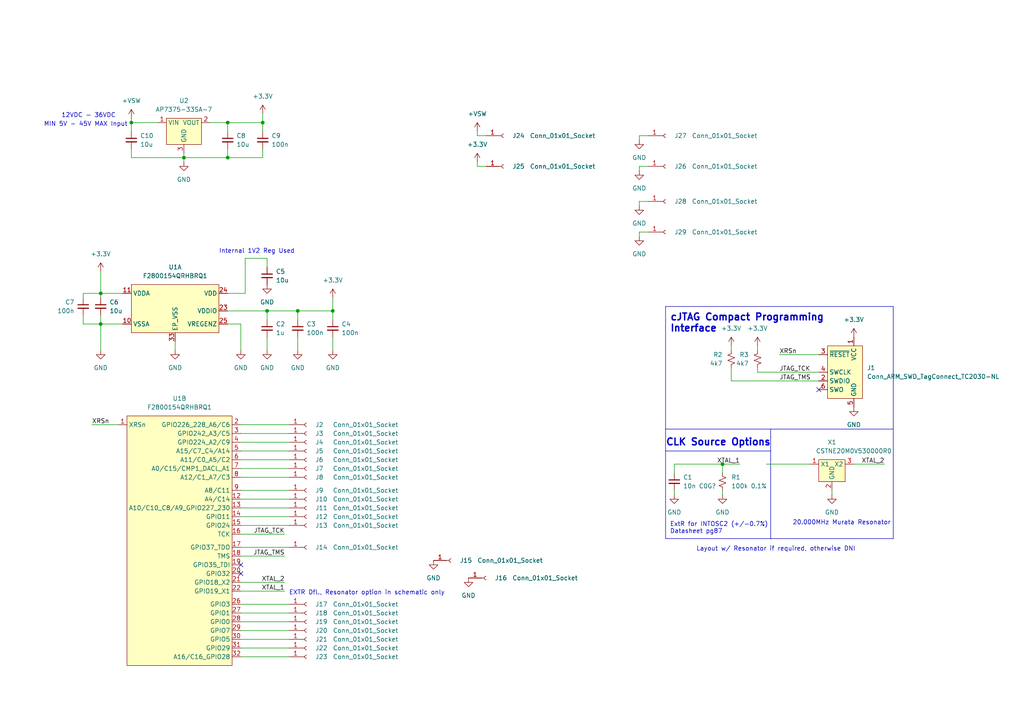
<source format=kicad_sch>
(kicad_sch (version 20230121) (generator eeschema)
  (paper "A4")
  (lib_symbols
    (symbol "Connector:Conn_01x01_Socket" (pin_names (offset 1.016) hide)
      (property "Reference" "J" (at 0 2.54 0))
      (property "Value" "Conn_01x01_Socket" (at 0 -2.54 0))
      (symbol "Conn_01x01_Socket_1_1"
        (polyline (pts (xy -1.27 0) (xy -0.508 0)) (stroke (width 0.1524)))
        (arc (start 0 0.508) (mid -0.5058 0) (end 0 -0.508) (stroke (width 0.1524)))
        (pin passive line (at -5.08 0 0) (length 3.81) (name "Pin_1") (number "1"))
      )
    )
    (symbol "Connector:Conn_ARM_SWD_TagConnect_TC2030-NL" (in_bom no)
      (property "Reference" "J" (at 2.54 11.43 0))
      (property "Value" "Conn_ARM_SWD_TagConnect_TC2030-NL" (at 2.54 8.89 0))
      (symbol "Conn_ARM_SWD_TagConnect_TC2030-NL_0_0"
        (pin power_in line (at -2.54 10.16 270) (length 2.54) (name "VCC") (number "1"))
        (pin bidirectional line (at 7.62 -2.54 180) (length 2.54) (name "SWDIO") (number "2"))
        (pin open_collector line (at 7.62 5.08 180) (length 2.54) (name "~{RESET}") (number "3"))
        (pin output line (at 7.62 0 180) (length 2.54) (name "SWCLK") (number "4"))
        (pin power_in line (at -2.54 -10.16 90) (length 2.54) (name "GND") (number "5"))
        (pin input line (at 7.62 -5.08 180) (length 2.54) (name "SWO") (number "6"))
      )
      (symbol "Conn_ARM_SWD_TagConnect_TC2030-NL_0_1"
        (rectangle (start -5.08 7.62) (end 5.08 -7.62) (fill (type background)))
      )
    )
    (symbol "Device:C_Small" (pin_numbers hide) (pin_names (offset 0.254) hide)
      (property "Reference" "C" (at 0.254 1.778 0))
      (property "Value" "C_Small" (at 0.254 -2.032 0))
      (symbol "C_Small_0_1"
        (polyline (pts (xy -1.524 -0.508) (xy 1.524 -0.508)) (stroke (width 0.3302)))
        (polyline (pts (xy -1.524 0.508) (xy 1.524 0.508)) (stroke (width 0.3048)))
      )
      (symbol "C_Small_1_1"
        (pin passive line (at 0 2.54 270) (length 2.032) (name "~") (number "1"))
        (pin passive line (at 0 -2.54 90) (length 2.032) (name "~") (number "2"))
      )
    )
    (symbol "Device:R_Small_US" (pin_numbers hide) (pin_names (offset 0.254) hide)
      (property "Reference" "R" (at 0.762 0.508 0))
      (property "Value" "R_Small_US" (at 0.762 -1.016 0))
      (symbol "R_Small_US_1_1"
        (polyline (pts (xy 0 0) (xy 1.016 -0.381) (xy 0 -0.762) (xy -1.016 -1.143) (xy 0 -1.524)))
        (polyline (pts (xy 0 1.524) (xy 1.016 1.143) (xy 0 0.762) (xy -1.016 0.381) (xy 0 0)))
        (pin passive line (at 0 2.54 270) (length 1.016) (name "~") (number "1"))
        (pin passive line (at 0 -2.54 90) (length 1.016) (name "~") (number "2"))
      )
    )
    (symbol "ICDB_Waffle:AP7375-33SA-7"
      (property "Reference" "U" (at 0 5.715 0))
      (property "Value" "AP7375-33SA-7" (at 0 3.175 0))
      (symbol "AP7375-33SA-7_1_1"
        (rectangle (start -5.08 1.27) (end 5.08 -6.35) (fill (type background)))
        (pin input line (at -7.62 0 0) (length 2.54) (name "VIN") (number "1"))
        (pin input line (at 7.62 0 180) (length 2.54) (name "VOUT") (number "2"))
        (pin input line (at 0 -8.89 90) (length 2.54) (name "GND") (number "3"))
      )
    )
    (symbol "ICDB_Waffle:CSTNE20M0V530000R0"
      (property "Reference" "X" (at -10.16 2.54 0))
      (property "Value" "CSTNE20M0V530000R0" (at 0 0 0))
      (symbol "CSTNE20M0V530000R0_1_1"
        (rectangle (start -3.81 -2.54) (end 3.81 -8.89) (fill (type background)))
        (pin input line (at -6.35 -3.81 0) (length 2.54) (name "X1") (number "1"))
        (pin input line (at 0 -11.43 90) (length 2.54) (name "GND") (number "2"))
        (pin input line (at 6.35 -3.81 180) (length 2.54) (name "X2") (number "3"))
      )
    )
    (symbol "ICDB_Waffle:F2800154QRHBRQ1"
      (property "Reference" "U" (at -10.16 3.81 0))
      (property "Value" "F2800154QRHBRQ1" (at -1.27 1.27 0))
      (symbol "F2800154QRHBRQ1_1_1"
        (rectangle (start -12.7 0) (end 12.7 -13.97) (fill (type background)))
        (pin input line (at -15.24 -11.43 0) (length 2.54) (name "VSSA") (number "10"))
        (pin input line (at -15.24 -2.54 0) (length 2.54) (name "VDDA") (number "11"))
        (pin input line (at 15.24 -7.62 180) (length 2.54) (name "VDDIO") (number "23"))
        (pin input line (at 15.24 -2.54 180) (length 2.54) (name "VDD") (number "24"))
        (pin input line (at 15.24 -11.43 180) (length 2.54) (name "VREGENZ") (number "25"))
        (pin input line (at 0 -16.51 90) (length 2.54) (name "EP_VSS") (number "33"))
      )
      (symbol "F2800154QRHBRQ1_2_1"
        (rectangle (start -17.78 -1.27) (end 12.7 -73.66) (fill (type background)))
        (pin input line (at -20.32 -3.81 0) (length 2.54) (name "XRSn") (number "1"))
        (pin input line (at 15.24 -25.4 180) (length 2.54) (name "A4/C14") (number "12"))
        (pin input line (at 15.24 -27.94 180) (length 2.54) (name "A10/C10_C8/A9_GPIO227_230") (number "13"))
        (pin input line (at 15.24 -30.48 180) (length 2.54) (name "GPIO11") (number "14"))
        (pin input line (at 15.24 -33.02 180) (length 2.54) (name "GPIO24") (number "15"))
        (pin input line (at 15.24 -35.56 180) (length 2.54) (name "TCK") (number "16"))
        (pin input line (at 15.24 -39.37 180) (length 2.54) (name "GPIO37_TDO") (number "17"))
        (pin input line (at 15.24 -41.91 180) (length 2.54) (name "TMS") (number "18"))
        (pin input line (at 15.24 -44.45 180) (length 2.54) (name "GPIO35_TDI") (number "19"))
        (pin input line (at 15.24 -3.81 180) (length 2.54) (name "GPIO226_228_A6/C6") (number "2"))
        (pin input line (at 15.24 -46.99 180) (length 2.54) (name "GPIO32") (number "20"))
        (pin input line (at 15.24 -49.53 180) (length 2.54) (name "GPIO18_X2") (number "21"))
        (pin input line (at 15.24 -52.07 180) (length 2.54) (name "GPIO19_X1") (number "22"))
        (pin input line (at 15.24 -55.88 180) (length 2.54) (name "GPIO3") (number "26"))
        (pin input line (at 15.24 -58.42 180) (length 2.54) (name "GPIO1") (number "27"))
        (pin input line (at 15.24 -60.96 180) (length 2.54) (name "GPIO0") (number "28"))
        (pin input line (at 15.24 -63.5 180) (length 2.54) (name "GPIO7") (number "29"))
        (pin input line (at 15.24 -6.35 180) (length 2.54) (name "GPIO242_A3/C5") (number "3"))
        (pin input line (at 15.24 -66.04 180) (length 2.54) (name "GPIO5") (number "30"))
        (pin input line (at 15.24 -68.58 180) (length 2.54) (name "GPIO29") (number "31"))
        (pin input line (at 15.24 -71.12 180) (length 2.54) (name "A16/C16_GPIO28") (number "32"))
        (pin input line (at 15.24 -8.89 180) (length 2.54) (name "GPIO224_A2/C9") (number "4"))
        (pin input line (at 15.24 -11.43 180) (length 2.54) (name "A15/C7_C4/A14") (number "5"))
        (pin input line (at 15.24 -13.97 180) (length 2.54) (name "A11/C0_A5/C2") (number "6"))
        (pin input line (at 15.24 -16.51 180) (length 2.54) (name "A0/C15/CMP1_DACL_A1") (number "7"))
        (pin input line (at 15.24 -19.05 180) (length 2.54) (name "A12/C1_A7/C3") (number "8"))
        (pin input line (at 15.24 -22.86 180) (length 2.54) (name "A8/C11") (number "9"))
      )
    )
    (symbol "power:+3.3V" (power) (pin_names (offset 0))
      (property "Value" "+3.3V" (at 0 3.556 0))
      (symbol "+3.3V_0_1"
        (polyline (pts (xy -0.762 1.27) (xy 0 2.54)))
        (polyline (pts (xy 0 0) (xy 0 2.54)))
        (polyline (pts (xy 0 2.54) (xy 0.762 1.27)))
      )
      (symbol "+3.3V_1_1"
        (pin power_in line (at 0 0 90) (length 0) hide (name "+3.3V") (number "1"))
      )
    )
    (symbol "power:+VSW" (power) (pin_names (offset 0))
      (property "Value" "+VSW" (at 0 3.556 0))
      (symbol "+VSW_0_1"
        (polyline (pts (xy -0.762 1.27) (xy 0 2.54)))
        (polyline (pts (xy 0 0) (xy 0 2.54)))
        (polyline (pts (xy 0 2.54) (xy 0.762 1.27)))
      )
      (symbol "+VSW_1_1"
        (pin power_in line (at 0 0 90) (length 0) hide (name "+VSW") (number "1"))
      )
    )
    (symbol "power:GND" (power) (pin_names (offset 0))
      (property "Value" "GND" (at 0 -3.81 0))
      (symbol "GND_0_1"
        (polyline (pts (xy 0 0) (xy 0 -1.27) (xy 1.27 -1.27) (xy 0 -2.54) (xy -1.27 -1.27) (xy 0 -1.27)))
      )
      (symbol "GND_1_1"
        (pin power_in line (at 0 0 270) (length 0) hide (name "GND") (number "1"))
      )
    )
  )
  (junction (at 77.47 90.17))
  (junction (at 66.04 45.72))
  (junction (at 66.04 35.56))
  (junction (at 29.21 85.09))
  (junction (at 86.36 90.17))
  (junction (at 38.1 35.56))
  (junction (at 29.21 93.98))
  (junction (at 209.55 134.62))
  (junction (at 96.52 90.17))
  (junction (at 53.34 45.72))
  (junction (at 76.2 35.56))
  (no_connect (at 69.85 166.37))
  (no_connect (at 69.85 163.83))
  (no_connect (at 237.49 113.03))
  (polyline (pts (xy 259.08 124.46) (xy 223.52 124.46)))
  (wire (pts (xy 212.09 100.33) (xy 212.09 101.6)))
  (wire (pts (xy 195.58 134.62) (xy 195.58 137.16)))
  (polyline (pts (xy 259.08 124.46) (xy 259.08 88.9)))
  (wire (pts (xy 69.85 93.98) (xy 66.04 93.98)))
  (wire (pts (xy 185.42 67.31) (xy 187.96 67.31)))
  (wire (pts (xy 69.85 175.26) (xy 83.82 175.26)))
  (wire (pts (xy 38.1 34.29) (xy 38.1 35.56)))
  (wire (pts (xy 29.21 78.74) (xy 29.21 85.09)))
  (wire (pts (xy 77.47 90.17) (xy 77.47 92.71)))
  (wire (pts (xy 138.43 38.1) (xy 138.43 39.37)))
  (wire (pts (xy 69.85 161.29) (xy 82.55 161.29)))
  (wire (pts (xy 29.21 93.98) (xy 29.21 101.6)))
  (wire (pts (xy 69.85 142.24) (xy 83.82 142.24)))
  (wire (pts (xy 212.09 110.49) (xy 237.49 110.49)))
  (wire (pts (xy 29.21 85.09) (xy 29.21 86.36)))
  (wire (pts (xy 38.1 45.72) (xy 53.34 45.72)))
  (wire (pts (xy 138.43 39.37) (xy 140.97 39.37)))
  (wire (pts (xy 66.04 35.56) (xy 66.04 38.1)))
  (wire (pts (xy 69.85 138.43) (xy 83.82 138.43)))
  (polyline (pts (xy 223.52 124.46) (xy 193.04 124.46)))
  (wire (pts (xy 66.04 43.18) (xy 66.04 45.72)))
  (wire (pts (xy 96.52 97.79) (xy 96.52 101.6)))
  (wire (pts (xy 69.85 133.35) (xy 83.82 133.35)))
  (wire (pts (xy 69.85 177.8) (xy 83.82 177.8)))
  (wire (pts (xy 241.3 142.24) (xy 241.3 143.51)))
  (wire (pts (xy 69.85 180.34) (xy 83.82 180.34)))
  (polyline (pts (xy 259.08 88.9) (xy 193.04 88.9)))
  (wire (pts (xy 76.2 45.72) (xy 76.2 43.18)))
  (polyline (pts (xy 223.52 135.89) (xy 223.52 156.21)))
  (wire (pts (xy 53.34 45.72) (xy 53.34 46.99)))
  (wire (pts (xy 71.12 74.93) (xy 77.47 74.93)))
  (wire (pts (xy 24.13 86.36) (xy 24.13 85.09)))
  (wire (pts (xy 86.36 90.17) (xy 96.52 90.17)))
  (wire (pts (xy 66.04 85.09) (xy 71.12 85.09)))
  (wire (pts (xy 138.43 48.26) (xy 140.97 48.26)))
  (wire (pts (xy 69.85 158.75) (xy 83.82 158.75)))
  (polyline (pts (xy 223.52 156.21) (xy 259.08 156.21)))
  (wire (pts (xy 69.85 190.5) (xy 83.82 190.5)))
  (wire (pts (xy 69.85 125.73) (xy 83.82 125.73)))
  (wire (pts (xy 29.21 91.44) (xy 29.21 93.98)))
  (wire (pts (xy 69.85 154.94) (xy 82.55 154.94)))
  (wire (pts (xy 69.85 128.27) (xy 83.82 128.27)))
  (wire (pts (xy 86.36 90.17) (xy 86.36 92.71)))
  (wire (pts (xy 96.52 86.36) (xy 96.52 90.17)))
  (wire (pts (xy 69.85 171.45) (xy 82.55 171.45)))
  (wire (pts (xy 209.55 134.62) (xy 214.63 134.62)))
  (wire (pts (xy 76.2 38.1) (xy 76.2 35.56)))
  (wire (pts (xy 38.1 35.56) (xy 38.1 38.1)))
  (wire (pts (xy 209.55 142.24) (xy 209.55 143.51)))
  (wire (pts (xy 222.25 134.62) (xy 234.95 134.62)))
  (wire (pts (xy 77.47 97.79) (xy 77.47 101.6)))
  (wire (pts (xy 38.1 43.18) (xy 38.1 45.72)))
  (wire (pts (xy 69.85 147.32) (xy 83.82 147.32)))
  (wire (pts (xy 66.04 45.72) (xy 53.34 45.72)))
  (wire (pts (xy 35.56 85.09) (xy 29.21 85.09)))
  (wire (pts (xy 185.42 58.42) (xy 187.96 58.42)))
  (wire (pts (xy 185.42 67.31) (xy 185.42 68.58)))
  (wire (pts (xy 185.42 39.37) (xy 187.96 39.37)))
  (wire (pts (xy 69.85 135.89) (xy 83.82 135.89)))
  (wire (pts (xy 237.49 102.87) (xy 226.06 102.87)))
  (wire (pts (xy 219.71 107.95) (xy 237.49 107.95)))
  (wire (pts (xy 66.04 45.72) (xy 76.2 45.72)))
  (wire (pts (xy 69.85 101.6) (xy 69.85 93.98)))
  (wire (pts (xy 69.85 152.4) (xy 83.82 152.4)))
  (wire (pts (xy 38.1 35.56) (xy 45.72 35.56)))
  (wire (pts (xy 60.96 35.56) (xy 66.04 35.56)))
  (wire (pts (xy 185.42 58.42) (xy 185.42 59.69)))
  (wire (pts (xy 66.04 90.17) (xy 77.47 90.17)))
  (wire (pts (xy 138.43 46.99) (xy 138.43 48.26)))
  (polyline (pts (xy 193.04 130.81) (xy 223.52 130.81)))
  (wire (pts (xy 247.65 134.62) (xy 256.54 134.62)))
  (wire (pts (xy 69.85 182.88) (xy 83.82 182.88)))
  (wire (pts (xy 185.42 48.26) (xy 185.42 49.53)))
  (wire (pts (xy 71.12 85.09) (xy 71.12 74.93)))
  (wire (pts (xy 77.47 90.17) (xy 86.36 90.17)))
  (wire (pts (xy 69.85 130.81) (xy 83.82 130.81)))
  (wire (pts (xy 26.67 123.19) (xy 34.29 123.19)))
  (wire (pts (xy 53.34 44.45) (xy 53.34 45.72)))
  (polyline (pts (xy 223.52 124.46) (xy 223.52 130.81)))
  (wire (pts (xy 24.13 93.98) (xy 29.21 93.98)))
  (polyline (pts (xy 259.08 156.21) (xy 259.08 124.46)))
  (wire (pts (xy 212.09 110.49) (xy 212.09 106.68)))
  (wire (pts (xy 195.58 142.24) (xy 195.58 143.51)))
  (wire (pts (xy 29.21 93.98) (xy 35.56 93.98)))
  (wire (pts (xy 96.52 90.17) (xy 96.52 92.71)))
  (polyline (pts (xy 193.04 124.46) (xy 193.04 130.81)))
  (wire (pts (xy 50.8 99.06) (xy 50.8 101.6)))
  (wire (pts (xy 219.71 100.33) (xy 219.71 101.6)))
  (wire (pts (xy 77.47 74.93) (xy 77.47 77.47)))
  (wire (pts (xy 219.71 106.68) (xy 219.71 107.95)))
  (wire (pts (xy 209.55 137.16) (xy 209.55 134.62)))
  (wire (pts (xy 24.13 85.09) (xy 29.21 85.09)))
  (wire (pts (xy 69.85 168.91) (xy 82.55 168.91)))
  (wire (pts (xy 69.85 123.19) (xy 83.82 123.19)))
  (polyline (pts (xy 193.04 156.21) (xy 193.04 130.81)))
  (wire (pts (xy 86.36 97.79) (xy 86.36 101.6)))
  (wire (pts (xy 69.85 187.96) (xy 83.82 187.96)))
  (wire (pts (xy 209.55 134.62) (xy 195.58 134.62)))
  (wire (pts (xy 76.2 33.02) (xy 76.2 35.56)))
  (wire (pts (xy 185.42 39.37) (xy 185.42 40.64)))
  (polyline (pts (xy 223.52 156.21) (xy 193.04 156.21)))
  (polyline (pts (xy 223.52 130.81) (xy 223.52 135.89)))
  (wire (pts (xy 66.04 35.56) (xy 76.2 35.56)))
  (wire (pts (xy 69.85 149.86) (xy 83.82 149.86)))
  (wire (pts (xy 185.42 48.26) (xy 187.96 48.26)))
  (wire (pts (xy 69.85 144.78) (xy 83.82 144.78)))
  (wire (pts (xy 24.13 91.44) (xy 24.13 93.98)))
  (polyline (pts (xy 193.04 88.9) (xy 193.04 124.46)))
  (wire (pts (xy 69.85 185.42) (xy 83.82 185.42)))
  (text "ExtR for INTOSC2 (+/-0.7%)\nDatasheet pg87" (at 194.31 154.94 0) (effects (font (size 1.27 1.27)) (justify left bottom)))
  (text "EXTR Dfl., Resonator option in schematic only" (at 83.82 172.72 0) (effects (font (size 1.27 1.27)) (justify left bottom)))
  (text "CLK Source Options" (at 193.04 129.54 0) (effects (font (size 2 2) (thickness 0.4) bold) (justify left bottom)))
  (text "Layout w/ Resonator if required, otherwise DNI" (at 201.93 160.02 0) (effects (font (size 1.27 1.27)) (justify left bottom)))
  (text "12VDC - 36VDC" (at 17.78 34.29 0) (effects (font (size 1.27 1.27)) (justify left bottom)))
  (text "Internal 1V2 Reg Used" (at 63.5 73.66 0) (effects (font (size 1.27 1.27)) (justify left bottom)))
  (text "cJTAG Compact Programming\nInterface" (at 194.31 96.52 0) (effects (font (size 2 2) (thickness 0.4) bold) (justify left bottom)))
  (text "MIN 5V - 45V MAX Input" (at 12.7 36.83 0) (effects (font (size 1.27 1.27)) (justify left bottom)))
  (text "20.000MHz Murata Resonator" (at 229.87 152.4 0) (effects (font (size 1.27 1.27)) (justify left bottom)))
  (label "JTAG_TCK" (at 82.55 154.94 180))
  (label "XTAL_2" (at 82.55 168.91 180))
  (label "XRSn" (at 226.06 102.87 0))
  (label "JTAG_TCK" (at 226.06 107.95 0))
  (label "XRSn" (at 26.67 123.19 0))
  (label "XTAL_2" (at 256.54 134.62 180))
  (label "JTAG_TMS" (at 226.06 110.49 0))
  (label "XTAL_1" (at 214.63 134.62 180))
  (label "XTAL_1" (at 82.55 171.45 180))
  (label "JTAG_TMS" (at 82.55 161.29 180))
  (symbol (lib_id "Connector:Conn_01x01_Socket") (at 88.9 185.42 0) (unit 1)
    (property "Reference" "J21" (at 91.44 185.42 0) (effects (justify left)))
    (property "Value" "Conn_01x01_Socket" (at 96.52 185.42 0) (effects (justify left)))
    (property "Footprint" "ICDB_Waffle:ICDB_Castellated_Pad" (effects hide))
  )
  (symbol (lib_id "Connector:Conn_01x01_Socket") (at 88.9 187.96 0) (unit 1)
    (property "Reference" "J22" (at 91.44 187.96 0) (effects (justify left)))
    (property "Value" "Conn_01x01_Socket" (at 96.52 187.96 0) (effects (justify left)))
    (property "Footprint" "ICDB_Waffle:ICDB_Castellated_Pad" (effects hide))
  )
  (symbol (lib_id "Connector:Conn_01x01_Socket") (at 88.9 123.19 0) (unit 1)
    (property "Reference" "J2" (at 91.44 123.19 0) (effects (justify left)))
    (property "Value" "Conn_01x01_Socket" (at 96.52 123.19 0) (effects (justify left)))
    (property "Footprint" "ICDB_Waffle:ICDB_Castellated_Pad" (effects hide))
  )
  (symbol (lib_id "Connector:Conn_01x01_Socket") (at 88.9 175.26 0) (unit 1)
    (property "Reference" "J17" (at 91.44 175.26 0) (effects (justify left)))
    (property "Value" "Conn_01x01_Socket" (at 96.52 175.26 0) (effects (justify left)))
    (property "Footprint" "ICDB_Waffle:ICDB_Castellated_Pad" (effects hide))
  )
  (symbol (lib_id "power:GND") (at 96.52 101.6 0) (unit 1)
    (property "Reference" "#PWR013" (effects hide))
    (property "Value" "GND" (at 96.52 106.68 0))
  )
  (symbol (lib_id "ICDB_Waffle:F2800154QRHBRQ1") (at 50.8 82.55 0) (unit 1)
    (property "Reference" "U1" (at 50.8 77.47 0))
    (property "Value" "F2800154QRHBRQ1" (at 50.8 80.01 0))
    (property "Footprint" "Package_DFN_QFN:VQFN-32-1EP_5x5mm_P0.5mm_EP3.15x3.15mm" (effects hide))
    (property "Datasheet" "https://www.ti.com/lit/ds/symlink/tms320f2800154-q1.pdf?ts=1701298430020" (effects hide))
  )
  (symbol (lib_id "ICDB_Waffle:F2800154QRHBRQ1") (at 54.61 119.38 0) (unit 2)
    (property "Reference" "U1" (at 52.07 115.57 0))
    (property "Value" "F2800154QRHBRQ1" (at 52.07 118.11 0))
    (property "Footprint" "Package_DFN_QFN:VQFN-32-1EP_5x5mm_P0.5mm_EP3.15x3.15mm" (effects hide))
    (property "Datasheet" "https://www.ti.com/lit/ds/symlink/tms320f2800154-q1.pdf?ts=1701298430020" (effects hide))
  )
  (symbol (lib_id "Connector:Conn_01x01_Socket") (at 193.04 67.31 0) (unit 1)
    (property "Reference" "J29" (at 195.58 67.31 0) (effects (justify left)))
    (property "Value" "Conn_01x01_Socket" (at 200.66 67.31 0) (effects (justify left)))
    (property "Footprint" "ICDB_Waffle:ICDB_Castellated_Pad" (effects hide))
  )
  (symbol (lib_id "power:GND") (at 247.65 118.11 0) (mirror y) (unit 1)
    (property "Reference" "#PWR04" (effects hide))
    (property "Value" "GND" (at 247.65 123.19 0))
  )
  (symbol (lib_id "Device:C_Small") (at 86.36 95.25 0) (unit 1)
    (property "Reference" "C3" (at 88.9 93.9863 0) (effects (justify left)))
    (property "Value" "100n" (at 88.9 96.5263 0) (effects (justify left)))
    (property "Footprint" "Capacitor_SMD:C_0603_1608Metric" (effects hide))
  )
  (symbol (lib_id "power:GND") (at 86.36 101.6 0) (unit 1)
    (property "Reference" "#PWR012" (effects hide))
    (property "Value" "GND" (at 86.36 106.68 0))
  )
  (symbol (lib_id "power:+3.3V") (at 29.21 78.74 0) (unit 1)
    (property "Reference" "#PWR016" (effects hide))
    (property "Value" "+3.3V" (at 29.21 73.66 0))
  )
  (symbol (lib_id "power:GND") (at 77.47 101.6 0) (unit 1)
    (property "Reference" "#PWR011" (effects hide))
    (property "Value" "GND" (at 77.47 106.68 0))
  )
  (symbol (lib_id "Connector:Conn_01x01_Socket") (at 193.04 48.26 0) (unit 1)
    (property "Reference" "J26" (at 195.58 48.26 0) (effects (justify left)))
    (property "Value" "Conn_01x01_Socket" (at 200.66 48.26 0) (effects (justify left)))
    (property "Footprint" "ICDB_Waffle:ICDB_Castellated_Pad" (effects hide))
  )
  (symbol (lib_id "Connector:Conn_01x01_Socket") (at 88.9 152.4 0) (unit 1)
    (property "Reference" "J13" (at 91.44 152.4 0) (effects (justify left)))
    (property "Value" "Conn_01x01_Socket" (at 96.52 152.4 0) (effects (justify left)))
    (property "Footprint" "ICDB_Waffle:ICDB_Castellated_Pad" (effects hide))
  )
  (symbol (lib_id "power:GND") (at 125.73 162.56 0) (unit 1)
    (property "Reference" "#PWR026" (effects hide))
    (property "Value" "GND" (at 125.73 167.64 0))
  )
  (symbol (lib_id "Connector:Conn_01x01_Socket") (at 193.04 58.42 0) (unit 1)
    (property "Reference" "J28" (at 195.58 58.42 0) (effects (justify left)))
    (property "Value" "Conn_01x01_Socket" (at 200.66 58.42 0) (effects (justify left)))
    (property "Footprint" "ICDB_Waffle:ICDB_Castellated_Pad" (effects hide))
  )
  (symbol (lib_id "Connector:Conn_01x01_Socket") (at 88.9 144.78 0) (unit 1)
    (property "Reference" "J10" (at 91.44 144.78 0) (effects (justify left)))
    (property "Value" "Conn_01x01_Socket" (at 96.52 144.78 0) (effects (justify left)))
    (property "Footprint" "ICDB_Waffle:ICDB_Castellated_Pad" (effects hide))
  )
  (symbol (lib_id "Connector:Conn_01x01_Socket") (at 88.9 142.24 0) (unit 1)
    (property "Reference" "J9" (at 91.44 142.24 0) (effects (justify left)))
    (property "Value" "Conn_01x01_Socket" (at 96.52 142.24 0) (effects (justify left)))
    (property "Footprint" "ICDB_Waffle:ICDB_Castellated_Pad" (effects hide))
  )
  (symbol (lib_id "power:GND") (at 185.42 59.69 0) (unit 1)
    (property "Reference" "#PWR024" (effects hide))
    (property "Value" "GND" (at 185.42 64.77 0))
  )
  (symbol (lib_id "power:+3.3V") (at 247.65 97.79 0) (mirror y) (unit 1)
    (property "Reference" "#PWR05" (effects hide))
    (property "Value" "+3.3V" (at 247.65 92.71 0))
  )
  (symbol (lib_id "ICDB_Waffle:AP7375-33SA-7") (at 53.34 35.56 0) (unit 1)
    (property "Reference" "U2" (at 53.34 29.21 0))
    (property "Value" "AP7375-33SA-7" (at 53.34 31.75 0))
    (property "Footprint" "Package_TO_SOT_SMD:SOT-23-3" (effects hide))
    (property "Datasheet" "https://www.diodes.com/assets/Datasheets/AP7375.pdf" (effects hide))
  )
  (symbol (lib_id "Device:C_Small") (at 66.04 40.64 0) (unit 1)
    (property "Reference" "C8" (at 68.58 39.3763 0) (effects (justify left)))
    (property "Value" "10u" (at 68.58 41.9163 0) (effects (justify left)))
    (property "Footprint" "Capacitor_SMD:C_0805_2012Metric" (effects hide))
  )
  (symbol (lib_id "power:GND") (at 50.8 101.6 0) (unit 1)
    (property "Reference" "#PWR08" (effects hide))
    (property "Value" "GND" (at 50.8 106.68 0))
  )
  (symbol (lib_id "Connector:Conn_01x01_Socket") (at 88.9 190.5 0) (unit 1)
    (property "Reference" "J23" (at 91.44 190.5 0) (effects (justify left)))
    (property "Value" "Conn_01x01_Socket" (at 96.52 190.5 0) (effects (justify left)))
    (property "Footprint" "ICDB_Waffle:ICDB_Castellated_Pad" (effects hide))
  )
  (symbol (lib_id "Connector:Conn_01x01_Socket") (at 88.9 158.75 0) (unit 1)
    (property "Reference" "J14" (at 91.44 158.75 0) (effects (justify left)))
    (property "Value" "Conn_01x01_Socket" (at 96.52 158.75 0) (effects (justify left)))
    (property "Footprint" "ICDB_Waffle:ICDB_Castellated_Pad" (effects hide))
  )
  (symbol (lib_id "power:+3.3V") (at 76.2 33.02 0) (unit 1)
    (property "Reference" "#PWR018" (effects hide))
    (property "Value" "+3.3V" (at 76.2 27.94 0))
  )
  (symbol (lib_id "Device:C_Small") (at 195.58 139.7 0) (unit 1)
    (property "Reference" "C1" (at 198.12 138.4363 0) (effects (justify left)))
    (property "Value" "10n C0G?" (at 198.12 140.9763 0) (effects (justify left)))
    (property "Footprint" "Capacitor_SMD:C_0603_1608Metric" (effects hide))
  )
  (symbol (lib_id "Device:C_Small") (at 38.1 40.64 0) (unit 1)
    (property "Reference" "C10" (at 40.64 39.3763 0) (effects (justify left)))
    (property "Value" "10u" (at 40.64 41.9163 0) (effects (justify left)))
    (property "Footprint" "Capacitor_SMD:C_1210_3225Metric" (effects hide))
  )
  (symbol (lib_id "power:+VSW") (at 138.43 38.1 0) (unit 1)
    (property "Reference" "#PWR020" (effects hide))
    (property "Value" "+VSW" (at 138.43 33.02 0))
  )
  (symbol (lib_id "Connector:Conn_01x01_Socket") (at 88.9 133.35 0) (unit 1)
    (property "Reference" "J6" (at 91.44 133.35 0) (effects (justify left)))
    (property "Value" "Conn_01x01_Socket" (at 96.52 133.35 0) (effects (justify left)))
    (property "Footprint" "ICDB_Waffle:ICDB_Castellated_Pad" (effects hide))
  )
  (symbol (lib_id "power:+3.3V") (at 212.09 100.33 0) (unit 1)
    (property "Reference" "#PWR06" (effects hide))
    (property "Value" "+3.3V" (at 212.09 95.25 0))
  )
  (symbol (lib_id "Connector:Conn_01x01_Socket") (at 146.05 48.26 0) (unit 1)
    (property "Reference" "J25" (at 148.59 48.26 0) (effects (justify left)))
    (property "Value" "Conn_01x01_Socket" (at 153.67 48.26 0) (effects (justify left)))
    (property "Footprint" "ICDB_Waffle:ICDB_Castellated_Pad" (effects hide))
  )
  (symbol (lib_id "Device:R_Small_US") (at 219.71 104.14 0) (mirror y) (unit 1)
    (property "Reference" "R3" (at 217.17 102.87 0) (effects (justify left)))
    (property "Value" "4k7" (at 217.17 105.41 0) (effects (justify left)))
    (property "Footprint" "Resistor_SMD:R_0603_1608Metric" (effects hide))
  )
  (symbol (lib_id "ICDB_Waffle:CSTNE20M0V530000R0") (at 241.3 130.81 0) (unit 1)
    (property "Reference" "X1" (at 241.3 128.27 0))
    (property "Value" "CSTNE20M0V530000R0" (at 247.65 130.81 0))
    (property "Datasheet" "https://www.murata.com/en/products/productdata/8801161510942/SPEC-CSTNE20M0V530000R0.pdf" (effects hide))
  )
  (symbol (lib_id "Device:C_Small") (at 24.13 88.9 0) (mirror y) (unit 1)
    (property "Reference" "C7" (at 21.59 87.6363 0) (effects (justify left)))
    (property "Value" "100n" (at 21.59 90.1763 0) (effects (justify left)))
    (property "Footprint" "Capacitor_SMD:C_0603_1608Metric" (effects hide))
  )
  (symbol (lib_id "Connector:Conn_01x01_Socket") (at 88.9 135.89 0) (unit 1)
    (property "Reference" "J7" (at 91.44 135.89 0) (effects (justify left)))
    (property "Value" "Conn_01x01_Socket" (at 96.52 135.89 0) (effects (justify left)))
    (property "Footprint" "ICDB_Waffle:ICDB_Castellated_Pad" (effects hide))
  )
  (symbol (lib_id "Connector:Conn_01x01_Socket") (at 88.9 130.81 0) (unit 1)
    (property "Reference" "J5" (at 91.44 130.81 0) (effects (justify left)))
    (property "Value" "Conn_01x01_Socket" (at 96.52 130.81 0) (effects (justify left)))
    (property "Footprint" "ICDB_Waffle:ICDB_Castellated_Pad" (effects hide))
  )
  (symbol (lib_id "power:GND") (at 29.21 101.6 0) (unit 1)
    (property "Reference" "#PWR015" (effects hide))
    (property "Value" "GND" (at 29.21 106.68 0))
  )
  (symbol (lib_id "Device:C_Small") (at 77.47 95.25 0) (unit 1)
    (property "Reference" "C2" (at 80.01 93.9863 0) (effects (justify left)))
    (property "Value" "1u" (at 80.01 96.5263 0) (effects (justify left)))
    (property "Footprint" "Capacitor_SMD:C_0805_2012Metric" (effects hide))
  )
  (symbol (lib_id "power:GND") (at 77.47 82.55 0) (unit 1)
    (property "Reference" "#PWR014" (effects hide))
    (property "Value" "GND" (at 77.47 87.63 0))
  )
  (symbol (lib_id "power:GND") (at 209.55 143.51 0) (unit 1)
    (property "Reference" "#PWR02" (effects hide))
    (property "Value" "GND" (at 209.55 148.59 0))
  )
  (symbol (lib_id "Connector:Conn_ARM_SWD_TagConnect_TC2030-NL") (at 245.11 107.95 0) (mirror y) (unit 1) (in_bom no)
    (property "Reference" "J1" (at 251.46 106.68 0) (effects (justify right)))
    (property "Value" "Conn_ARM_SWD_TagConnect_TC2030-NL" (at 251.46 109.22 0) (effects (justify right)))
    (property "Footprint" "Connector:Tag-Connect_TC2030-IDC-NL_2x03_P1.27mm_Vertical" (effects hide))
    (property "Datasheet" "https://www.tag-connect.com/wp-content/uploads/bsk-pdf-manager/TC2030-CTX_1.pdf" (effects hide))
  )
  (symbol (lib_id "power:GND") (at 185.42 49.53 0) (unit 1)
    (property "Reference" "#PWR023" (effects hide))
    (property "Value" "GND" (at 185.42 54.61 0))
  )
  (symbol (lib_id "Connector:Conn_01x01_Socket") (at 146.05 39.37 0) (unit 1)
    (property "Reference" "J24" (at 148.59 39.37 0) (effects (justify left)))
    (property "Value" "Conn_01x01_Socket" (at 153.67 39.37 0) (effects (justify left)))
    (property "Footprint" "ICDB_Waffle:ICDB_Castellated_Pad" (effects hide))
  )
  (symbol (lib_id "power:GND") (at 69.85 101.6 0) (unit 1)
    (property "Reference" "#PWR09" (effects hide))
    (property "Value" "GND" (at 69.85 106.68 0))
  )
  (symbol (lib_id "Device:C_Small") (at 77.47 80.01 0) (unit 1)
    (property "Reference" "C5" (at 80.01 78.7463 0) (effects (justify left)))
    (property "Value" "10u" (at 80.01 81.2863 0) (effects (justify left)))
    (property "Footprint" "Capacitor_SMD:C_0805_2012Metric" (effects hide))
  )
  (symbol (lib_id "power:+3.3V") (at 96.52 86.36 0) (unit 1)
    (property "Reference" "#PWR010" (effects hide))
    (property "Value" "+3.3V" (at 96.52 81.28 0))
  )
  (symbol (lib_id "power:+3.3V") (at 219.71 100.33 0) (unit 1)
    (property "Reference" "#PWR07" (effects hide))
    (property "Value" "+3.3V" (at 219.71 95.25 0))
  )
  (symbol (lib_id "power:+VSW") (at 38.1 34.29 0) (unit 1)
    (property "Reference" "#PWR019" (effects hide))
    (property "Value" "+VSW" (at 38.1 29.21 0))
  )
  (symbol (lib_id "power:GND") (at 241.3 143.51 0) (unit 1)
    (property "Reference" "#PWR01" (effects hide))
    (property "Value" "GND" (at 241.3 148.59 0))
  )
  (symbol (lib_id "Connector:Conn_01x01_Socket") (at 88.9 180.34 0) (unit 1)
    (property "Reference" "J19" (at 91.44 180.34 0) (effects (justify left)))
    (property "Value" "Conn_01x01_Socket" (at 96.52 180.34 0) (effects (justify left)))
    (property "Footprint" "ICDB_Waffle:ICDB_Castellated_Pad" (effects hide))
  )
  (symbol (lib_id "Device:R_Small_US") (at 212.09 104.14 0) (mirror y) (unit 1)
    (property "Reference" "R2" (at 209.55 102.87 0) (effects (justify left)))
    (property "Value" "4k7" (at 209.55 105.41 0) (effects (justify left)))
    (property "Footprint" "Resistor_SMD:R_0603_1608Metric" (effects hide))
  )
  (symbol (lib_id "Device:C_Small") (at 76.2 40.64 0) (unit 1)
    (property "Reference" "C9" (at 78.74 39.3763 0) (effects (justify left)))
    (property "Value" "100n" (at 78.74 41.9163 0) (effects (justify left)))
    (property "Footprint" "Capacitor_SMD:C_0603_1608Metric" (effects hide))
  )
  (symbol (lib_id "power:GND") (at 195.58 143.51 0) (unit 1)
    (property "Reference" "#PWR03" (effects hide))
    (property "Value" "GND" (at 195.58 148.59 0))
  )
  (symbol (lib_id "Connector:Conn_01x01_Socket") (at 88.9 147.32 0) (unit 1)
    (property "Reference" "J11" (at 91.44 147.32 0) (effects (justify left)))
    (property "Value" "Conn_01x01_Socket" (at 96.52 147.32 0) (effects (justify left)))
    (property "Footprint" "ICDB_Waffle:ICDB_Castellated_Pad" (effects hide))
  )
  (symbol (lib_id "power:+3.3V") (at 138.43 46.99 0) (unit 1)
    (property "Reference" "#PWR021" (effects hide))
    (property "Value" "+3.3V" (at 138.43 41.91 0))
  )
  (symbol (lib_id "Device:C_Small") (at 29.21 88.9 0) (unit 1)
    (property "Reference" "C6" (at 31.75 87.6363 0) (effects (justify left)))
    (property "Value" "10u" (at 31.75 90.1763 0) (effects (justify left)))
    (property "Footprint" "Capacitor_SMD:C_0805_2012Metric" (effects hide))
  )
  (symbol (lib_id "Connector:Conn_01x01_Socket") (at 193.04 39.37 0) (unit 1)
    (property "Reference" "J27" (at 195.58 39.37 0) (effects (justify left)))
    (property "Value" "Conn_01x01_Socket" (at 200.66 39.37 0) (effects (justify left)))
    (property "Footprint" "ICDB_Waffle:ICDB_Castellated_Pad" (effects hide))
  )
  (symbol (lib_id "Connector:Conn_01x01_Socket") (at 88.9 128.27 0) (unit 1)
    (property "Reference" "J4" (at 91.44 128.27 0) (effects (justify left)))
    (property "Value" "Conn_01x01_Socket" (at 96.52 128.27 0) (effects (justify left)))
    (property "Footprint" "ICDB_Waffle:ICDB_Castellated_Pad" (effects hide))
  )
  (symbol (lib_id "Device:R_Small_US") (at 209.55 139.7 0) (unit 1)
    (property "Reference" "R1" (at 212.09 138.43 0) (effects (justify left)))
    (property "Value" "100k 0.1%" (at 212.09 140.97 0) (effects (justify left)))
    (property "Footprint" "Resistor_SMD:R_0603_1608Metric" (effects hide))
  )
  (symbol (lib_id "Connector:Conn_01x01_Socket") (at 88.9 182.88 0) (unit 1)
    (property "Reference" "J20" (at 91.44 182.88 0) (effects (justify left)))
    (property "Value" "Conn_01x01_Socket" (at 96.52 182.88 0) (effects (justify left)))
    (property "Footprint" "ICDB_Waffle:ICDB_Castellated_Pad" (effects hide))
  )
  (symbol (lib_id "Connector:Conn_01x01_Socket") (at 140.97 167.64 0) (unit 1)
    (property "Reference" "J16" (at 143.51 167.64 0) (effects (justify left)))
    (property "Value" "Conn_01x01_Socket" (at 148.59 167.64 0) (effects (justify left)))
    (property "Footprint" "ICDB_Waffle:ICDB_Castellated_Pad" (effects hide))
  )
  (symbol (lib_id "power:GND") (at 135.89 167.64 0) (unit 1)
    (property "Reference" "#PWR027" (effects hide))
    (property "Value" "GND" (at 135.89 172.72 0))
  )
  (symbol (lib_id "Connector:Conn_01x01_Socket") (at 130.81 162.56 0) (unit 1)
    (property "Reference" "J15" (at 133.35 162.56 0) (effects (justify left)))
    (property "Value" "Conn_01x01_Socket" (at 138.43 162.56 0) (effects (justify left)))
    (property "Footprint" "ICDB_Waffle:ICDB_Castellated_Pad" (effects hide))
  )
  (symbol (lib_id "power:GND") (at 185.42 68.58 0) (unit 1)
    (property "Reference" "#PWR025" (effects hide))
    (property "Value" "GND" (at 185.42 73.66 0))
  )
  (symbol (lib_id "Connector:Conn_01x01_Socket") (at 88.9 149.86 0) (unit 1)
    (property "Reference" "J12" (at 91.44 149.86 0) (effects (justify left)))
    (property "Value" "Conn_01x01_Socket" (at 96.52 149.86 0) (effects (justify left)))
    (property "Footprint" "ICDB_Waffle:ICDB_Castellated_Pad" (effects hide))
  )
  (symbol (lib_id "Device:C_Small") (at 96.52 95.25 0) (unit 1)
    (property "Reference" "C4" (at 99.06 93.9863 0) (effects (justify left)))
    (property "Value" "100n" (at 99.06 96.5263 0) (effects (justify left)))
    (property "Footprint" "Capacitor_SMD:C_0603_1608Metric" (effects hide))
  )
  (symbol (lib_id "Connector:Conn_01x01_Socket") (at 88.9 177.8 0) (unit 1)
    (property "Reference" "J18" (at 91.44 177.8 0) (effects (justify left)))
    (property "Value" "Conn_01x01_Socket" (at 96.52 177.8 0) (effects (justify left)))
    (property "Footprint" "ICDB_Waffle:ICDB_Castellated_Pad" (effects hide))
  )
  (symbol (lib_id "power:GND") (at 53.34 46.99 0) (unit 1)
    (property "Reference" "#PWR017" (effects hide))
    (property "Value" "GND" (at 53.34 52.07 0))
  )
  (symbol (lib_id "Connector:Conn_01x01_Socket") (at 88.9 138.43 0) (unit 1)
    (property "Reference" "J8" (at 91.44 138.43 0) (effects (justify left)))
    (property "Value" "Conn_01x01_Socket" (at 96.52 138.43 0) (effects (justify left)))
    (property "Footprint" "ICDB_Waffle:ICDB_Castellated_Pad" (effects hide))
  )
  (symbol (lib_id "Connector:Conn_01x01_Socket") (at 88.9 125.73 0) (unit 1)
    (property "Reference" "J3" (at 91.44 125.73 0) (effects (justify left)))
    (property "Value" "Conn_01x01_Socket" (at 96.52 125.73 0) (effects (justify left)))
    (property "Footprint" "ICDB_Waffle:ICDB_Castellated_Pad" (effects hide))
  )
  (symbol (lib_id "power:GND") (at 185.42 40.64 0) (unit 1)
    (property "Reference" "#PWR022" (effects hide))
    (property "Value" "GND" (at 185.42 45.72 0))
  )
)
</source>
